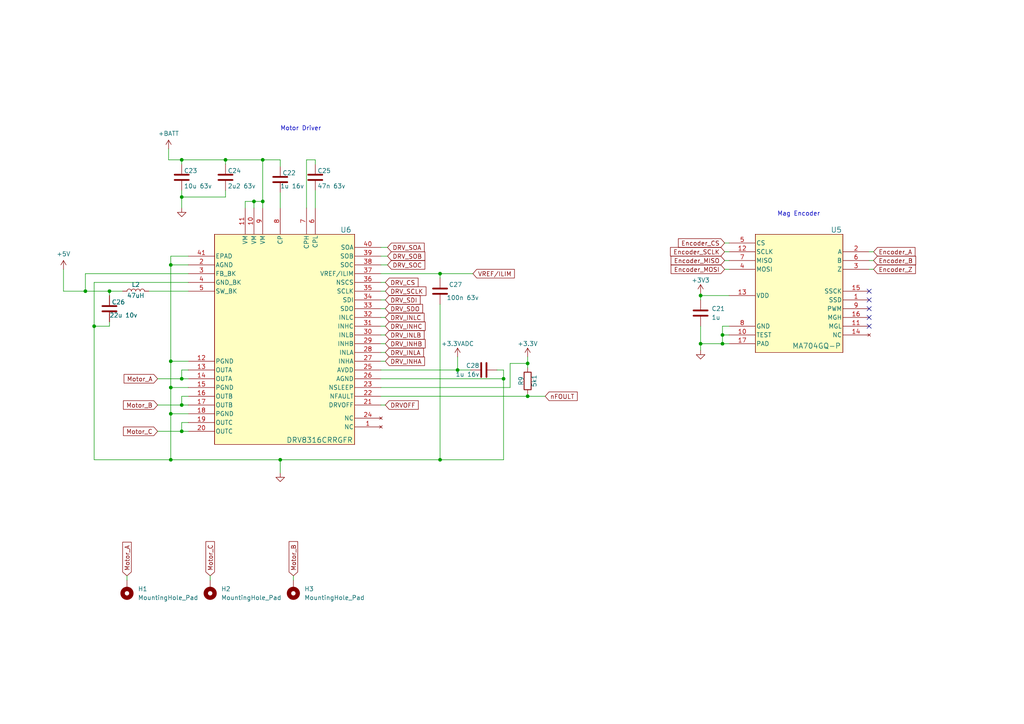
<source format=kicad_sch>
(kicad_sch (version 20230121) (generator eeschema)
  (paper "A4")
  (lib_symbols
    (symbol "2024-02-01_06-45-48:MA704GQ-P" (pin_names (offset 0.254))
      (property "Reference" "U5" (at 31.115 6.35 0))
      (property "Value" "MA704GQ-P" (at 25.4 -27.305 0))
      (symbol "MA704GQ-P_0_1"
        (polyline (pts (xy 7.62 5.08) (xy 7.62 -29.21)) (stroke (width 0.127)))
        (polyline (pts (xy 33.02 -29.21) (xy 33.02 5.08)) (stroke (width 0.127)))
        (polyline (pts (xy 33.02 5.08) (xy 7.62 5.08)) (stroke (width 0.127)))
        (pin output line (at 40.64 -13.97 180) (length 7.62) (name "SSD") (number "1"))
        (pin output line (at 40.64 -21.59 180) (length 7.62) (name "MGL") (number "11"))
        (pin unspecified line (at 0 0 0) (length 7.62) (name "SCLK") (number "12"))
        (pin power_in line (at 0 -12.7 0) (length 7.62) (name "VDD") (number "13"))
        (pin no_connect line (at 40.64 -24.13 180) (length 7.62) (name "NC") (number "14"))
        (pin unspecified line (at 40.64 -11.43 180) (length 7.62) (name "SSCK") (number "15"))
        (pin output line (at 40.64 -19.05 180) (length 7.62) (name "MGH") (number "16"))
        (pin output line (at 40.64 0 180) (length 7.62) (name "A") (number "2"))
        (pin output line (at 40.64 -5.08 180) (length 7.62) (name "Z") (number "3"))
        (pin input line (at 0 -5.08 0) (length 7.62) (name "MOSI") (number "4"))
        (pin unspecified line (at 0 2.54 0) (length 7.62) (name "CS") (number "5"))
        (pin output line (at 40.64 -2.54 180) (length 7.62) (name "B") (number "6"))
        (pin output line (at 0 -2.54 0) (length 7.62) (name "MISO") (number "7"))
        (pin output line (at 40.64 -16.51 180) (length 7.62) (name "PWM") (number "9"))
      )
      (symbol "MA704GQ-P_1_1"
        (rectangle (start 7.62 5.08) (end 33.02 -29.21) (fill (type background)))
        (pin passive line (at 0 -24.13 0) (length 7.62) (name "TEST") (number "10"))
        (pin passive line (at 0 -26.67 0) (length 7.62) (name "PAD") (number "17"))
        (pin power_in line (at 0 -21.59 0) (length 7.62) (name "GND") (number "8"))
      )
    )
    (symbol "2024-02-01_06-48-08:DRV8316CRRGFR" (pin_names (offset 0.254))
      (property "Reference" "U6" (at 45.72 6.35 0))
      (property "Value" "DRV8316CRRGFR" (at 38.1 -54.61 0))
      (symbol "DRV8316CRRGFR_0_1"
        (polyline (pts (xy 7.62 5.08) (xy 7.62 -55.88)) (stroke (width 0.127)))
        (polyline (pts (xy 48.26 -55.88) (xy 48.26 5.08)) (stroke (width 0.127)))
        (polyline (pts (xy 48.26 5.08) (xy 7.62 5.08)) (stroke (width 0.127)))
        (pin no_connect line (at 55.88 -50.8 180) (length 7.62) (name "NC") (number "1"))
        (pin power_in line (at 19.05 12.7 270) (length 7.62) (name "VM") (number "10"))
        (pin power_in line (at 16.51 12.7 270) (length 7.62) (name "VM") (number "11"))
        (pin input line (at 55.88 -44.45 180) (length 7.62) (name "DRVOFF") (number "21"))
        (pin output line (at 55.88 -41.91 180) (length 7.62) (name "NFAULT") (number "22"))
        (pin input line (at 55.88 -39.37 180) (length 7.62) (name "NSLEEP") (number "23"))
        (pin no_connect line (at 55.88 -48.26 180) (length 7.62) (name "NC") (number "24"))
        (pin input line (at 55.88 -31.75 180) (length 7.62) (name "INHA") (number "27"))
        (pin input line (at 55.88 -29.21 180) (length 7.62) (name "INLA") (number "28"))
        (pin input line (at 55.88 -26.67 180) (length 7.62) (name "INHB") (number "29"))
        (pin input line (at 55.88 -24.13 180) (length 7.62) (name "INLB") (number "30"))
        (pin input line (at 55.88 -21.59 180) (length 7.62) (name "INHC") (number "31"))
        (pin input line (at 55.88 -19.05 180) (length 7.62) (name "INLC") (number "32"))
        (pin output line (at 55.88 -16.51 180) (length 7.62) (name "SDO") (number "33"))
        (pin input line (at 55.88 -13.97 180) (length 7.62) (name "SDI") (number "34"))
        (pin input line (at 55.88 -11.43 180) (length 7.62) (name "SCLK") (number "35"))
        (pin input line (at 55.88 -8.89 180) (length 7.62) (name "NSCS") (number "36"))
        (pin output line (at 55.88 -3.81 180) (length 7.62) (name "SOC") (number "38"))
        (pin output line (at 55.88 -1.27 180) (length 7.62) (name "SOB") (number "39"))
        (pin output line (at 55.88 1.27 180) (length 7.62) (name "SOA") (number "40"))
        (pin power_in line (at 21.59 12.7 270) (length 7.62) (name "VM") (number "9"))
      )
      (symbol "DRV8316CRRGFR_1_1"
        (rectangle (start 7.62 5.08) (end 48.26 -55.88) (fill (type background)))
        (pin power_in line (at 0 -31.75 0) (length 7.62) (name "PGND") (number "12"))
        (pin passive line (at 0 -34.29 0) (length 7.62) (name "OUTA") (number "13"))
        (pin power_out line (at 0 -36.83 0) (length 7.62) (name "OUTA") (number "14"))
        (pin power_in line (at 0 -39.37 0) (length 7.62) (name "PGND") (number "15"))
        (pin passive line (at 0 -41.91 0) (length 7.62) (name "OUTB") (number "16"))
        (pin power_out line (at 0 -44.45 0) (length 7.62) (name "OUTB") (number "17"))
        (pin power_in line (at 0 -46.99 0) (length 7.62) (name "PGND") (number "18"))
        (pin passive line (at 0 -49.53 0) (length 7.62) (name "OUTC") (number "19"))
        (pin power_in line (at 0 -3.81 0) (length 7.62) (name "AGND") (number "2"))
        (pin power_out line (at 0 -52.07 0) (length 7.62) (name "OUTC") (number "20"))
        (pin power_out line (at 55.88 -34.29 180) (length 7.62) (name "AVDD") (number "25"))
        (pin power_in line (at 55.88 -36.83 180) (length 7.62) (name "AGND") (number "26"))
        (pin power_in line (at 0 -6.35 0) (length 7.62) (name "FB_BK") (number "3"))
        (pin input line (at 55.88 -6.35 180) (length 7.62) (name "VREF/ILIM") (number "37"))
        (pin power_in line (at 0 -8.89 0) (length 7.62) (name "GND_BK") (number "4"))
        (pin power_in line (at 0 -1.27 0) (length 7.62) (name "EPAD") (number "41"))
        (pin power_out line (at 0 -11.43 0) (length 7.62) (name "SW_BK") (number "5"))
        (pin unspecified line (at 36.83 12.7 270) (length 7.62) (name "CPL") (number "6"))
        (pin unspecified line (at 34.29 12.7 270) (length 7.62) (name "CPH") (number "7"))
        (pin power_out line (at 26.67 12.7 270) (length 7.62) (name "CP") (number "8"))
      )
    )
    (symbol "Device:C" (pin_numbers hide) (pin_names (offset 0.254))
      (property "Reference" "C" (at 0.635 2.54 0))
      (property "Value" "C" (at 0.635 -2.54 0))
      (symbol "C_0_1"
        (polyline (pts (xy -2.032 -0.762) (xy 2.032 -0.762)) (stroke (width 0.508)))
        (polyline (pts (xy -2.032 0.762) (xy 2.032 0.762)) (stroke (width 0.508)))
      )
      (symbol "C_1_1"
        (pin passive line (at 0 3.81 270) (length 2.794) (name "~") (number "1"))
        (pin passive line (at 0 -3.81 90) (length 2.794) (name "~") (number "2"))
      )
    )
    (symbol "Device:L" (pin_numbers hide) (pin_names (offset 1.016) hide)
      (property "Reference" "L" (at -1.27 0 90))
      (property "Value" "L" (at 1.905 0 90))
      (symbol "L_0_1"
        (arc (start 0 -2.54) (mid 0.6323 -1.905) (end 0 -1.27))
        (arc (start 0 -1.27) (mid 0.6323 -0.635) (end 0 0))
        (arc (start 0 0) (mid 0.6323 0.635) (end 0 1.27))
        (arc (start 0 1.27) (mid 0.6323 1.905) (end 0 2.54))
      )
      (symbol "L_1_1"
        (pin passive line (at 0 3.81 270) (length 1.27) (name "1") (number "1"))
        (pin passive line (at 0 -3.81 90) (length 1.27) (name "2") (number "2"))
      )
    )
    (symbol "Device:R" (pin_numbers hide) (pin_names (offset 0))
      (property "Reference" "R" (at 2.032 0 90))
      (property "Value" "R" (at 0 0 90))
      (symbol "R_0_1"
        (rectangle (start -1.016 -2.54) (end 1.016 2.54) (stroke (width 0.254)))
      )
      (symbol "R_1_1"
        (pin passive line (at 0 3.81 270) (length 1.27) (name "~") (number "1"))
        (pin passive line (at 0 -3.81 90) (length 1.27) (name "~") (number "2"))
      )
    )
    (symbol "Mechanical:MountingHole_Pad" (pin_numbers hide) (pin_names (offset 1.016) hide)
      (property "Reference" "H" (at 0 6.35 0))
      (property "Value" "MountingHole_Pad" (at 0 4.445 0))
      (symbol "MountingHole_Pad_0_1"
        (circle (center 0 1.27) (radius 1.27) (stroke (width 1.27)))
      )
      (symbol "MountingHole_Pad_1_1"
        (pin input line (at 0 -2.54 90) (length 2.54) (name "1") (number "1"))
      )
    )
    (symbol "power:+3.3V" (power) (pin_names (offset 0))
      (property "Value" "+3.3V" (at 0 3.556 0))
      (symbol "+3.3V_0_1"
        (polyline (pts (xy -0.762 1.27) (xy 0 2.54)))
        (polyline (pts (xy 0 0) (xy 0 2.54)))
        (polyline (pts (xy 0 2.54) (xy 0.762 1.27)))
      )
      (symbol "+3.3V_1_1"
        (pin power_in line (at 0 0 90) (length 0) hide (name "+3.3V") (number "1"))
      )
    )
    (symbol "power:+3.3VADC" (power) (pin_names (offset 0))
      (property "Value" "+3.3VADC" (at 0 2.54 0))
      (symbol "+3.3VADC_0_0"
        (pin power_in line (at 0 0 90) (length 0) hide (name "+3.3VADC") (number "1"))
      )
      (symbol "+3.3VADC_0_1"
        (polyline (pts (xy -0.762 1.27) (xy 0 2.54)))
        (polyline (pts (xy 0 0) (xy 0 2.54)))
        (polyline (pts (xy 0 2.54) (xy 0.762 1.27)))
      )
    )
    (symbol "power:+3V3" (power) (pin_names (offset 0))
      (property "Value" "+3V3" (at 0 3.556 0))
      (symbol "+3V3_0_1"
        (polyline (pts (xy -0.762 1.27) (xy 0 2.54)))
        (polyline (pts (xy 0 0) (xy 0 2.54)))
        (polyline (pts (xy 0 2.54) (xy 0.762 1.27)))
      )
      (symbol "+3V3_1_1"
        (pin power_in line (at 0 0 90) (length 0) hide (name "+3V3") (number "1"))
      )
    )
    (symbol "power:+5V" (power) (pin_names (offset 0))
      (property "Value" "+5V" (at 0 3.556 0))
      (symbol "+5V_0_1"
        (polyline (pts (xy -0.762 1.27) (xy 0 2.54)))
        (polyline (pts (xy 0 0) (xy 0 2.54)))
        (polyline (pts (xy 0 2.54) (xy 0.762 1.27)))
      )
      (symbol "+5V_1_1"
        (pin power_in line (at 0 0 90) (length 0) hide (name "+5V") (number "1"))
      )
    )
    (symbol "power:+BATT" (power) (pin_names (offset 0))
      (property "Value" "+BATT" (at 0 3.556 0))
      (symbol "+BATT_0_1"
        (polyline (pts (xy -0.762 1.27) (xy 0 2.54)))
        (polyline (pts (xy 0 0) (xy 0 2.54)))
        (polyline (pts (xy 0 2.54) (xy 0.762 1.27)))
      )
      (symbol "+BATT_1_1"
        (pin power_in line (at 0 0 90) (length 0) hide (name "+BATT") (number "1"))
      )
    )
    (symbol "power:GND" (power) (pin_names (offset 0))
      (property "Value" "GND" (at 0 -3.81 0))
      (symbol "GND_0_1"
        (polyline (pts (xy 0 0) (xy 0 -1.27) (xy 1.27 -1.27) (xy 0 -2.54) (xy -1.27 -1.27) (xy 0 -1.27)))
      )
      (symbol "GND_1_1"
        (pin power_in line (at 0 0 270) (length 0) hide (name "GND") (number "1"))
      )
    )
  )
  (junction (at 52.705 57.15))
  (junction (at 31.75 84.455))
  (junction (at 49.53 133.35))
  (junction (at 27.305 94.615))
  (junction (at 73.66 58.42))
  (junction (at 209.55 99.695))
  (junction (at 203.2 99.695))
  (junction (at 127.635 79.375))
  (junction (at 49.53 104.775))
  (junction (at 76.2 58.42))
  (junction (at 24.765 84.455))
  (junction (at 65.405 46.355))
  (junction (at 153.035 105.41))
  (junction (at 146.05 109.855))
  (junction (at 52.705 46.355))
  (junction (at 52.705 117.475))
  (junction (at 52.705 109.855))
  (junction (at 132.715 107.315))
  (junction (at 49.53 112.395))
  (junction (at 49.53 120.015))
  (junction (at 127.635 133.35))
  (junction (at 153.035 114.935))
  (junction (at 81.28 133.35))
  (junction (at 209.55 97.155))
  (junction (at 49.53 76.835))
  (junction (at 203.2 85.725))
  (junction (at 76.2 46.355))
  (junction (at 52.705 125.095))
  (no_connect (at 252.095 94.615))
  (no_connect (at 252.095 86.995))
  (no_connect (at 252.095 89.535))
  (no_connect (at 252.095 84.455))
  (no_connect (at 252.095 92.075))
  (wire (pts (xy 127.635 133.35) (xy 146.05 133.35)))
  (wire (pts (xy 65.405 57.15) (xy 52.705 57.15)))
  (wire (pts (xy 252.095 73.025) (xy 253.365 73.025)))
  (wire (pts (xy 27.305 81.915) (xy 27.305 94.615)))
  (wire (pts (xy 252.095 78.105) (xy 253.365 78.105)))
  (wire (pts (xy 31.75 84.455) (xy 31.75 85.725)))
  (wire (pts (xy 54.61 114.935) (xy 52.705 114.935)))
  (wire (pts (xy 45.72 125.095) (xy 52.705 125.095)))
  (wire (pts (xy 110.49 76.835) (xy 112.395 76.835)))
  (wire (pts (xy 52.705 107.315) (xy 52.705 109.855)))
  (wire (pts (xy 110.49 102.235) (xy 111.76 102.235)))
  (wire (pts (xy 85.09 167.005) (xy 85.09 168.275)))
  (wire (pts (xy 127.635 88.265) (xy 127.635 133.35)))
  (wire (pts (xy 54.61 107.315) (xy 52.705 107.315)))
  (wire (pts (xy 110.49 79.375) (xy 127.635 79.375)))
  (wire (pts (xy 49.53 76.835) (xy 49.53 104.775)))
  (wire (pts (xy 252.095 75.565) (xy 253.365 75.565)))
  (wire (pts (xy 210.185 75.565) (xy 211.455 75.565)))
  (wire (pts (xy 146.05 107.315) (xy 146.05 109.855)))
  (wire (pts (xy 209.55 99.695) (xy 211.455 99.695)))
  (wire (pts (xy 91.44 46.355) (xy 88.9 46.355)))
  (wire (pts (xy 24.765 84.455) (xy 31.75 84.455)))
  (wire (pts (xy 153.035 103.505) (xy 153.035 105.41)))
  (wire (pts (xy 203.2 85.725) (xy 203.2 85.09)))
  (wire (pts (xy 110.49 114.935) (xy 153.035 114.935)))
  (wire (pts (xy 43.18 84.455) (xy 54.61 84.455)))
  (wire (pts (xy 81.28 55.88) (xy 81.28 60.325)))
  (wire (pts (xy 48.895 46.355) (xy 52.705 46.355)))
  (wire (pts (xy 91.44 55.245) (xy 91.44 60.325)))
  (wire (pts (xy 48.895 43.18) (xy 48.895 46.355)))
  (wire (pts (xy 49.53 104.775) (xy 49.53 112.395)))
  (wire (pts (xy 54.61 76.835) (xy 49.53 76.835)))
  (wire (pts (xy 127.635 79.375) (xy 137.16 79.375)))
  (wire (pts (xy 110.49 71.755) (xy 112.395 71.755)))
  (wire (pts (xy 54.61 122.555) (xy 52.705 122.555)))
  (wire (pts (xy 49.53 76.835) (xy 49.53 74.295)))
  (wire (pts (xy 52.705 47.625) (xy 52.705 46.355)))
  (wire (pts (xy 110.49 84.455) (xy 111.76 84.455)))
  (wire (pts (xy 110.49 99.695) (xy 111.76 99.695)))
  (wire (pts (xy 76.2 60.325) (xy 76.2 58.42)))
  (wire (pts (xy 210.185 70.485) (xy 211.455 70.485)))
  (wire (pts (xy 52.705 122.555) (xy 52.705 125.095)))
  (wire (pts (xy 127.635 79.375) (xy 127.635 80.645)))
  (wire (pts (xy 110.49 97.155) (xy 111.76 97.155)))
  (wire (pts (xy 76.2 46.355) (xy 76.2 58.42)))
  (wire (pts (xy 81.28 133.35) (xy 127.635 133.35)))
  (wire (pts (xy 203.2 85.725) (xy 203.2 86.995)))
  (wire (pts (xy 18.415 84.455) (xy 24.765 84.455)))
  (wire (pts (xy 203.2 99.695) (xy 203.2 101.6)))
  (wire (pts (xy 54.61 104.775) (xy 49.53 104.775)))
  (wire (pts (xy 27.305 133.35) (xy 49.53 133.35)))
  (wire (pts (xy 73.66 58.42) (xy 73.66 60.325)))
  (wire (pts (xy 35.56 84.455) (xy 31.75 84.455)))
  (wire (pts (xy 49.53 112.395) (xy 49.53 120.015)))
  (wire (pts (xy 132.715 103.505) (xy 132.715 107.315)))
  (wire (pts (xy 203.2 99.695) (xy 209.55 99.695)))
  (wire (pts (xy 36.83 167.005) (xy 36.83 168.275)))
  (wire (pts (xy 110.49 117.475) (xy 111.76 117.475)))
  (wire (pts (xy 110.49 94.615) (xy 111.76 94.615)))
  (wire (pts (xy 203.2 94.615) (xy 203.2 99.695)))
  (wire (pts (xy 76.2 46.355) (xy 81.28 46.355)))
  (wire (pts (xy 147.955 112.395) (xy 147.955 105.41)))
  (wire (pts (xy 31.75 94.615) (xy 31.75 93.345)))
  (wire (pts (xy 81.28 46.355) (xy 81.28 48.26)))
  (wire (pts (xy 73.66 58.42) (xy 76.2 58.42)))
  (wire (pts (xy 110.49 89.535) (xy 111.76 89.535)))
  (wire (pts (xy 76.2 46.355) (xy 65.405 46.355)))
  (wire (pts (xy 211.455 85.725) (xy 203.2 85.725)))
  (wire (pts (xy 60.96 167.005) (xy 60.96 168.275)))
  (wire (pts (xy 18.415 78.105) (xy 18.415 84.455)))
  (wire (pts (xy 27.305 94.615) (xy 31.75 94.615)))
  (wire (pts (xy 52.705 117.475) (xy 54.61 117.475)))
  (wire (pts (xy 110.49 86.995) (xy 111.76 86.995)))
  (wire (pts (xy 52.705 57.15) (xy 52.705 60.325)))
  (wire (pts (xy 88.9 46.355) (xy 88.9 60.325)))
  (wire (pts (xy 24.765 79.375) (xy 24.765 84.455)))
  (wire (pts (xy 210.185 78.105) (xy 211.455 78.105)))
  (wire (pts (xy 45.72 117.475) (xy 52.705 117.475)))
  (wire (pts (xy 153.035 114.935) (xy 153.035 114.3)))
  (wire (pts (xy 110.49 109.855) (xy 146.05 109.855)))
  (wire (pts (xy 146.05 109.855) (xy 146.05 133.35)))
  (wire (pts (xy 49.53 120.015) (xy 54.61 120.015)))
  (wire (pts (xy 110.49 104.775) (xy 111.76 104.775)))
  (wire (pts (xy 54.61 81.915) (xy 27.305 81.915)))
  (wire (pts (xy 49.53 112.395) (xy 54.61 112.395)))
  (wire (pts (xy 27.305 94.615) (xy 27.305 133.35)))
  (wire (pts (xy 54.61 79.375) (xy 24.765 79.375)))
  (wire (pts (xy 81.28 133.35) (xy 81.28 137.16)))
  (wire (pts (xy 132.715 107.315) (xy 136.525 107.315)))
  (wire (pts (xy 71.12 58.42) (xy 71.12 60.325)))
  (wire (pts (xy 153.035 105.41) (xy 153.035 106.68)))
  (wire (pts (xy 65.405 46.355) (xy 65.405 47.625)))
  (wire (pts (xy 49.53 74.295) (xy 54.61 74.295)))
  (wire (pts (xy 153.035 114.935) (xy 158.115 114.935)))
  (wire (pts (xy 49.53 133.35) (xy 81.28 133.35)))
  (wire (pts (xy 45.72 109.855) (xy 52.705 109.855)))
  (wire (pts (xy 65.405 55.245) (xy 65.405 57.15)))
  (wire (pts (xy 211.455 94.615) (xy 209.55 94.615)))
  (wire (pts (xy 91.44 47.625) (xy 91.44 46.355)))
  (wire (pts (xy 144.145 107.315) (xy 146.05 107.315)))
  (wire (pts (xy 110.49 74.295) (xy 112.395 74.295)))
  (wire (pts (xy 49.53 120.015) (xy 49.53 133.35)))
  (wire (pts (xy 110.49 107.315) (xy 132.715 107.315)))
  (wire (pts (xy 52.705 114.935) (xy 52.705 117.475)))
  (wire (pts (xy 65.405 46.355) (xy 52.705 46.355)))
  (wire (pts (xy 52.705 125.095) (xy 54.61 125.095)))
  (wire (pts (xy 147.955 105.41) (xy 153.035 105.41)))
  (wire (pts (xy 209.55 97.155) (xy 209.55 99.695)))
  (wire (pts (xy 210.185 73.025) (xy 211.455 73.025)))
  (wire (pts (xy 209.55 94.615) (xy 209.55 97.155)))
  (wire (pts (xy 52.705 109.855) (xy 54.61 109.855)))
  (wire (pts (xy 110.49 81.915) (xy 111.76 81.915)))
  (wire (pts (xy 110.49 92.075) (xy 111.76 92.075)))
  (wire (pts (xy 71.12 58.42) (xy 73.66 58.42)))
  (wire (pts (xy 52.705 57.15) (xy 52.705 55.245)))
  (wire (pts (xy 209.55 97.155) (xy 211.455 97.155)))
  (wire (pts (xy 110.49 112.395) (xy 147.955 112.395)))
  (text "Mag Encoder" (at 225.425 62.865 0) (effects (font (size 1.27 1.27)) (justify left bottom)))
  (text "Motor Driver" (at 81.28 38.1 0) (effects (font (size 1.27 1.27)) (justify left bottom)))
  (global_label "Encoder_MOSI" (shape input) (at 210.185 78.105 180) (property "Intersheetrefs" "${INTERSHEET_REFS}" (effects hide)))
  (global_label "DRV_INLB" (shape input) (at 111.76 97.155 0) (property "Intersheetrefs" "${INTERSHEET_REFS}" (effects hide)))
  (global_label "DRV_SOB" (shape input) (at 112.395 74.295 0) (property "Intersheetrefs" "${INTERSHEET_REFS}" (effects hide)))
  (global_label "Motor_B" (shape input) (at 45.72 117.475 180) (property "Intersheetrefs" "${INTERSHEET_REFS}" (effects hide)))
  (global_label "nFOULT" (shape input) (at 158.115 114.935 0) (property "Intersheetrefs" "${INTERSHEET_REFS}" (effects hide)))
  (global_label "DRV_INLA" (shape input) (at 111.76 102.235 0) (property "Intersheetrefs" "${INTERSHEET_REFS}" (effects hide)))
  (global_label "Motor_A" (shape input) (at 45.72 109.855 180) (property "Intersheetrefs" "${INTERSHEET_REFS}" (effects hide)))
  (global_label "Motor_A" (shape input) (at 36.83 167.005 90) (property "Intersheetrefs" "${INTERSHEET_REFS}" (effects hide)))
  (global_label "DRV_SDI" (shape input) (at 111.76 86.995 0) (property "Intersheetrefs" "${INTERSHEET_REFS}" (effects hide)))
  (global_label "DRV_INLC" (shape input) (at 111.76 92.075 0) (property "Intersheetrefs" "${INTERSHEET_REFS}" (effects hide)))
  (global_label "Encoder_Z" (shape input) (at 253.365 78.105 0) (property "Intersheetrefs" "${INTERSHEET_REFS}" (effects hide)))
  (global_label "DRV_INHC" (shape input) (at 111.76 94.615 0) (property "Intersheetrefs" "${INTERSHEET_REFS}" (effects hide)))
  (global_label "DRVOFF" (shape input) (at 111.76 117.475 0) (property "Intersheetrefs" "${INTERSHEET_REFS}" (effects hide)))
  (global_label "VREF{slash}ILIM" (shape input) (at 137.16 79.375 0) (property "Intersheetrefs" "${INTERSHEET_REFS}" (effects hide)))
  (global_label "Motor_C" (shape input) (at 60.96 167.005 90) (property "Intersheetrefs" "${INTERSHEET_REFS}" (effects hide)))
  (global_label "DRV_CS" (shape input) (at 111.76 81.915 0) (property "Intersheetrefs" "${INTERSHEET_REFS}" (effects hide)))
  (global_label "DRV_INHB" (shape input) (at 111.76 99.695 0) (property "Intersheetrefs" "${INTERSHEET_REFS}" (effects hide)))
  (global_label "DRV_SDO" (shape input) (at 111.76 89.535 0) (property "Intersheetrefs" "${INTERSHEET_REFS}" (effects hide)))
  (global_label "Motor_C" (shape input) (at 45.72 125.095 180) (property "Intersheetrefs" "${INTERSHEET_REFS}" (effects hide)))
  (global_label "DRV_SOA" (shape input) (at 112.395 71.755 0) (property "Intersheetrefs" "${INTERSHEET_REFS}" (effects hide)))
  (global_label "Encoder_CS" (shape input) (at 210.185 70.485 180) (property "Intersheetrefs" "${INTERSHEET_REFS}" (effects hide)))
  (global_label "DRV_SOC" (shape input) (at 112.395 76.835 0) (property "Intersheetrefs" "${INTERSHEET_REFS}" (effects hide)))
  (global_label "Encoder_MISO" (shape input) (at 210.185 75.565 180) (property "Intersheetrefs" "${INTERSHEET_REFS}" (effects hide)))
  (global_label "DRV_INHA" (shape input) (at 111.76 104.775 0) (property "Intersheetrefs" "${INTERSHEET_REFS}" (effects hide)))
  (global_label "Encoder_SCLK" (shape input) (at 210.185 73.025 180) (property "Intersheetrefs" "${INTERSHEET_REFS}" (effects hide)))
  (global_label "Encoder_A" (shape input) (at 253.365 73.025 0) (property "Intersheetrefs" "${INTERSHEET_REFS}" (effects hide)))
  (global_label "Encoder_B" (shape input) (at 253.365 75.565 0) (property "Intersheetrefs" "${INTERSHEET_REFS}" (effects hide)))
  (global_label "Motor_B" (shape input) (at 85.09 167.005 90) (property "Intersheetrefs" "${INTERSHEET_REFS}" (effects hide)))
  (global_label "DRV_SCLK" (shape input) (at 111.76 84.455 0) (property "Intersheetrefs" "${INTERSHEET_REFS}" (effects hide)))
  (symbol (lib_id "Device:C") (at 65.405 51.435 0) (unit 1)
    (property "Reference" "C24" (at 66.04 49.53 0) (effects (justify left)))
    (property "Value" "2u2 63v" (at 66.04 53.975 0) (effects (justify left)))
  )
  (symbol (lib_id "power:+3V3") (at 203.2 85.09 0) (unit 1)
    (property "Reference" "#PWR022" (effects hide))
    (property "Value" "+3V3" (at 203.2 81.28 0))
  )
  (symbol (lib_id "power:+3.3V") (at 153.035 103.505 0) (unit 1)
    (property "Reference" "#PWR028" (effects hide))
    (property "Value" "+3.3V" (at 153.035 99.695 0))
  )
  (symbol (lib_id "Device:C") (at 203.2 90.805 0) (unit 1)
    (property "Reference" "C21" (at 206.375 89.535 0) (effects (justify left)))
    (property "Value" "1u" (at 206.375 92.075 0) (effects (justify left)))
  )
  (symbol (lib_id "Device:C") (at 81.28 52.07 0) (unit 1)
    (property "Reference" "C22" (at 81.915 50.165 0) (effects (justify left)))
    (property "Value" "1u 16v" (at 81.28 53.975 0) (effects (justify left)))
  )
  (symbol (lib_id "Device:R") (at 153.035 110.49 0) (unit 1)
    (property "Reference" "R9" (at 151.13 110.49 90))
    (property "Value" "5k1" (at 154.94 110.49 90))
  )
  (symbol (lib_id "Device:C") (at 140.335 107.315 90) (unit 1)
    (property "Reference" "C28" (at 139.065 106.045 90) (effects (justify left)))
    (property "Value" "1u 16v" (at 139.065 108.585 90) (effects (justify left)))
  )
  (symbol (lib_id "power:+5V") (at 18.415 78.105 0) (unit 1)
    (property "Reference" "#PWR027" (effects hide))
    (property "Value" "+5V" (at 18.415 73.66 0))
  )
  (symbol (lib_id "Device:C") (at 127.635 84.455 0) (unit 1)
    (property "Reference" "C27" (at 130.175 82.55 0) (effects (justify left)))
    (property "Value" "100n 63v" (at 129.54 86.36 0) (effects (justify left)))
  )
  (symbol (lib_id "power:GND") (at 52.705 60.325 0) (unit 1)
    (property "Reference" "#PWR026" (effects hide))
    (property "Value" "GND" (effects hide))
  )
  (symbol (lib_id "Device:L") (at 39.37 84.455 90) (unit 1)
    (property "Reference" "L2" (at 39.37 82.55 90))
    (property "Value" "47uH" (at 39.37 85.725 90))
  )
  (symbol (lib_id "power:+3.3VADC") (at 132.715 103.505 0) (unit 1)
    (property "Reference" "#PWR029" (effects hide))
    (property "Value" "+3.3VADC" (at 132.715 99.695 0))
  )
  (symbol (lib_id "power:GND") (at 81.28 137.16 0) (unit 1)
    (property "Reference" "#PWR024" (effects hide))
    (property "Value" "GND" (effects hide))
  )
  (symbol (lib_id "Device:C") (at 52.705 51.435 0) (unit 1)
    (property "Reference" "C23" (at 53.34 49.53 0) (effects (justify left)))
    (property "Value" "10u 63v" (at 53.34 53.975 0) (effects (justify left)))
  )
  (symbol (lib_id "Device:C") (at 91.44 51.435 0) (unit 1)
    (property "Reference" "C25" (at 92.075 49.53 0) (effects (justify left)))
    (property "Value" "47n 63v" (at 92.075 53.975 0) (effects (justify left)))
  )
  (symbol (lib_id "power:GND") (at 203.2 101.6 0) (unit 1)
    (property "Reference" "#PWR023" (effects hide))
    (property "Value" "GND" (effects hide))
  )
  (symbol (lib_id "Mechanical:MountingHole_Pad") (at 85.09 170.815 180) (unit 1)
    (property "Reference" "H3" (at 88.265 170.815 0) (effects (justify right)))
    (property "Value" "MountingHole_Pad" (at 88.265 173.355 0) (effects (justify right)))
    (property "Footprint" "MountingHole:MountingHole_3mm_Pad_TopBottom" (effects hide))
  )
  (symbol (lib_id "Mechanical:MountingHole_Pad") (at 60.96 170.815 180) (unit 1)
    (property "Reference" "H2" (at 64.135 170.815 0) (effects (justify right)))
    (property "Value" "MountingHole_Pad" (at 64.135 173.355 0) (effects (justify right)))
    (property "Footprint" "MountingHole:MountingHole_3mm_Pad_TopBottom" (effects hide))
  )
  (symbol (lib_id "Mechanical:MountingHole_Pad") (at 36.83 170.815 180) (unit 1)
    (property "Reference" "H1" (at 40.005 170.815 0) (effects (justify right)))
    (property "Value" "MountingHole_Pad" (at 40.005 173.355 0) (effects (justify right)))
    (property "Footprint" "MountingHole:MountingHole_3mm_Pad_TopBottom" (effects hide))
  )
  (symbol (lib_id "2024-02-01_06-48-08:DRV8316CRRGFR") (at 54.61 73.025 0) (unit 1)
    (property "Reference" "U6" (at 100.33 66.675 0) (effects (font (size 1.524 1.524))))
    (property "Value" "DRV8316CRRGFR" (at 92.71 127.635 0) (effects (font (size 1.524 1.524))))
    (property "Footprint" "VQFN40_RGF_TEX" (effects hide))
    (property "Datasheet" "DRV8316CRRGFR" (effects hide))
  )
  (symbol (lib_id "Device:C") (at 31.75 89.535 0) (unit 1)
    (property "Reference" "C26" (at 32.385 87.63 0) (effects (justify left)))
    (property "Value" "22u 10v" (at 31.75 91.44 0) (effects (justify left)))
  )
  (symbol (lib_id "2024-02-01_06-45-48:MA704GQ-P") (at 211.455 73.025 0) (unit 1)
    (property "Reference" "U5" (at 242.57 66.675 0) (effects (font (size 1.524 1.524))))
    (property "Value" "MA704GQ-P" (at 236.855 100.33 0) (effects (font (size 1.524 1.524))))
    (property "Footprint" "QFN-3x3_MA704_MNP" (effects hide))
    (property "Datasheet" "MA704GQ-P" (effects hide))
  )
  (symbol (lib_id "power:+BATT") (at 48.895 43.18 0) (unit 1)
    (property "Reference" "#PWR025" (effects hide))
    (property "Value" "+BATT" (at 48.895 38.735 0))
  )
)
</source>
